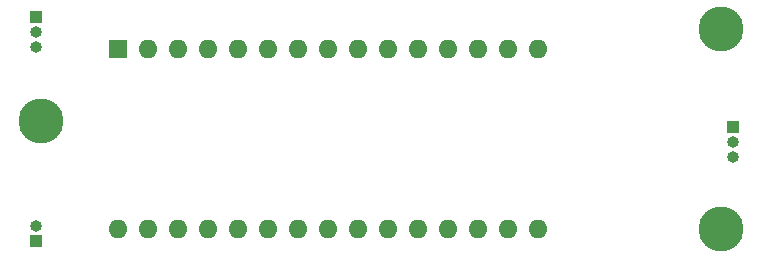
<source format=gbr>
%TF.GenerationSoftware,KiCad,Pcbnew,7.0.0-da2b9df05c~163~ubuntu22.04.1*%
%TF.CreationDate,2023-03-09T00:12:33+01:00*%
%TF.ProjectId,Boite,426f6974-652e-46b6-9963-61645f706362,rev?*%
%TF.SameCoordinates,Original*%
%TF.FileFunction,Soldermask,Bot*%
%TF.FilePolarity,Negative*%
%FSLAX46Y46*%
G04 Gerber Fmt 4.6, Leading zero omitted, Abs format (unit mm)*
G04 Created by KiCad (PCBNEW 7.0.0-da2b9df05c~163~ubuntu22.04.1) date 2023-03-09 00:12:33*
%MOMM*%
%LPD*%
G01*
G04 APERTURE LIST*
%ADD10C,3.800000*%
%ADD11R,1.000000X1.000000*%
%ADD12O,1.000000X1.000000*%
%ADD13R,1.600000X1.600000*%
%ADD14O,1.600000X1.600000*%
G04 APERTURE END LIST*
D10*
%TO.C,REF\u002A\u002A*%
X111000000Y-71000000D03*
%TD*%
%TO.C,REF\u002A\u002A*%
X111000000Y-54000000D03*
%TD*%
%TO.C,REF\u002A\u002A*%
X53400000Y-61800000D03*
%TD*%
D11*
%TO.C,J2*%
X112049999Y-62349999D03*
D12*
X112049999Y-63619999D03*
X112049999Y-64889999D03*
%TD*%
D11*
%TO.C,J3*%
X52999999Y-71999999D03*
D12*
X52999999Y-70729999D03*
%TD*%
D11*
%TO.C,J1*%
X52999999Y-52999999D03*
D12*
X52999999Y-54269999D03*
X52999999Y-55539999D03*
%TD*%
D13*
%TO.C,A3*%
X59919999Y-55759999D03*
D14*
X62459999Y-55759999D03*
X64999999Y-55759999D03*
X67539999Y-55759999D03*
X70079999Y-55759999D03*
X72619999Y-55759999D03*
X75159999Y-55759999D03*
X77699999Y-55759999D03*
X80239999Y-55759999D03*
X82779999Y-55759999D03*
X85319999Y-55759999D03*
X87859999Y-55759999D03*
X90399999Y-55759999D03*
X92939999Y-55759999D03*
X95479999Y-55759999D03*
X95479999Y-70999999D03*
X92939999Y-70999999D03*
X90399999Y-70999999D03*
X87859999Y-70999999D03*
X85319999Y-70999999D03*
X82779999Y-70999999D03*
X80239999Y-70999999D03*
X77699999Y-70999999D03*
X75159999Y-70999999D03*
X72619999Y-70999999D03*
X70079999Y-70999999D03*
X67539999Y-70999999D03*
X64999999Y-70999999D03*
X62459999Y-70999999D03*
X59919999Y-70999999D03*
%TD*%
M02*

</source>
